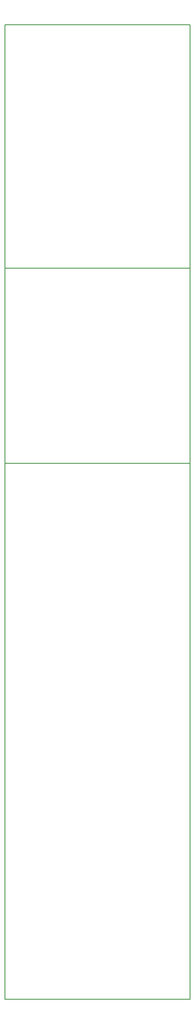
<source format=gbr>
G04 #@! TF.GenerationSoftware,KiCad,Pcbnew,(6.0.0-rc1-dev-205-gc0615c5ef)*
G04 #@! TF.CreationDate,2019-05-07T06:14:22+02:00*
G04 #@! TF.ProjectId,SPACEDOS02A_PCB01A,5350414345444F533032415F50434230,REV*
G04 #@! TF.SameCoordinates,Original*
G04 #@! TF.FileFunction,Profile,NP*
%FSLAX46Y46*%
G04 Gerber Fmt 4.6, Leading zero omitted, Abs format (unit mm)*
G04 Created by KiCad (PCBNEW (6.0.0-rc1-dev-205-gc0615c5ef)) date 05/07/19 06:14:22*
%MOMM*%
%LPD*%
G01*
G04 APERTURE LIST*
%ADD10C,0.150000*%
G04 APERTURE END LIST*
D10*
X0Y150000000D02*
X38000000Y150000000D01*
X0Y200000000D02*
X38000000Y200000000D01*
X0Y0D02*
X38000000Y0D01*
X38000000Y200000000D02*
X38000000Y0D01*
X0Y110000000D02*
X38000000Y110000000D01*
X0Y0D02*
X0Y200000000D01*
M02*

</source>
